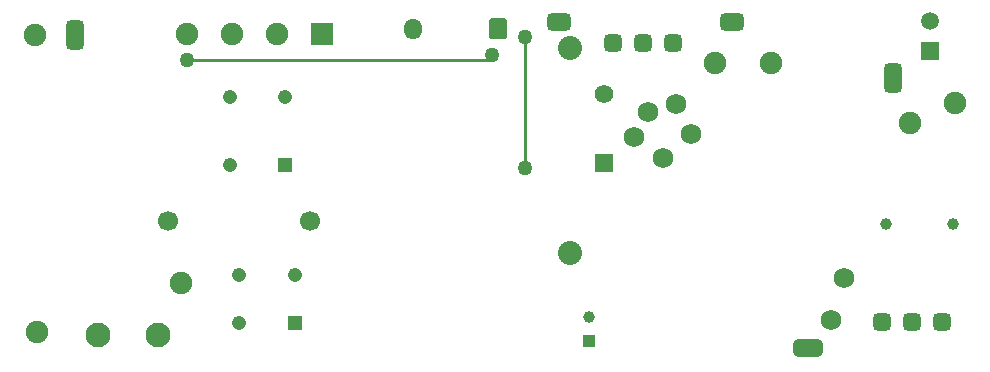
<source format=gtl>
G04*
G04 #@! TF.GenerationSoftware,Altium Limited,Altium Designer,19.0.15 (446)*
G04*
G04 Layer_Physical_Order=1*
G04 Layer_Color=255*
%FSLAX25Y25*%
%MOIN*%
G70*
G01*
G75*
%ADD13C,0.01000*%
%ADD46C,0.05937*%
%ADD47R,0.05937X0.05937*%
%ADD48C,0.07500*%
G04:AMPARAMS|DCode=49|XSize=98.43mil|YSize=59.06mil|CornerRadius=14.76mil|HoleSize=0mil|Usage=FLASHONLY|Rotation=0.000|XOffset=0mil|YOffset=0mil|HoleType=Round|Shape=RoundedRectangle|*
%AMROUNDEDRECTD49*
21,1,0.09843,0.02953,0,0,0.0*
21,1,0.06890,0.05906,0,0,0.0*
1,1,0.02953,0.03445,-0.01476*
1,1,0.02953,-0.03445,-0.01476*
1,1,0.02953,-0.03445,0.01476*
1,1,0.02953,0.03445,0.01476*
%
%ADD49ROUNDEDRECTD49*%
G04:AMPARAMS|DCode=50|XSize=78.74mil|YSize=59.06mil|CornerRadius=14.76mil|HoleSize=0mil|Usage=FLASHONLY|Rotation=0.000|XOffset=0mil|YOffset=0mil|HoleType=Round|Shape=RoundedRectangle|*
%AMROUNDEDRECTD50*
21,1,0.07874,0.02953,0,0,0.0*
21,1,0.04921,0.05906,0,0,0.0*
1,1,0.02953,0.02461,-0.01476*
1,1,0.02953,-0.02461,-0.01476*
1,1,0.02953,-0.02461,0.01476*
1,1,0.02953,0.02461,0.01476*
%
%ADD50ROUNDEDRECTD50*%
G04:AMPARAMS|DCode=51|XSize=59.06mil|YSize=98.43mil|CornerRadius=14.76mil|HoleSize=0mil|Usage=FLASHONLY|Rotation=0.000|XOffset=0mil|YOffset=0mil|HoleType=Round|Shape=RoundedRectangle|*
%AMROUNDEDRECTD51*
21,1,0.05906,0.06890,0,0,0.0*
21,1,0.02953,0.09843,0,0,0.0*
1,1,0.02953,0.01476,-0.03445*
1,1,0.02953,-0.01476,-0.03445*
1,1,0.02953,-0.01476,0.03445*
1,1,0.02953,0.01476,0.03445*
%
%ADD51ROUNDEDRECTD51*%
G04:AMPARAMS|DCode=52|XSize=60mil|YSize=98.43mil|CornerRadius=15mil|HoleSize=0mil|Usage=FLASHONLY|Rotation=0.000|XOffset=0mil|YOffset=0mil|HoleType=Round|Shape=RoundedRectangle|*
%AMROUNDEDRECTD52*
21,1,0.06000,0.06843,0,0,0.0*
21,1,0.03000,0.09843,0,0,0.0*
1,1,0.03000,0.01500,-0.03421*
1,1,0.03000,-0.01500,-0.03421*
1,1,0.03000,-0.01500,0.03421*
1,1,0.03000,0.01500,0.03421*
%
%ADD52ROUNDEDRECTD52*%
%ADD53C,0.06693*%
G04:AMPARAMS|DCode=54|XSize=60mil|YSize=70mil|CornerRadius=7.5mil|HoleSize=0mil|Usage=FLASHONLY|Rotation=180.000|XOffset=0mil|YOffset=0mil|HoleType=Round|Shape=RoundedRectangle|*
%AMROUNDEDRECTD54*
21,1,0.06000,0.05500,0,0,180.0*
21,1,0.04500,0.07000,0,0,180.0*
1,1,0.01500,-0.02250,0.02750*
1,1,0.01500,0.02250,0.02750*
1,1,0.01500,0.02250,-0.02750*
1,1,0.01500,-0.02250,-0.02750*
%
%ADD54ROUNDEDRECTD54*%
%ADD55O,0.06000X0.07000*%
G04:AMPARAMS|DCode=56|XSize=59.06mil|YSize=59.06mil|CornerRadius=14.76mil|HoleSize=0mil|Usage=FLASHONLY|Rotation=0.000|XOffset=0mil|YOffset=0mil|HoleType=Round|Shape=RoundedRectangle|*
%AMROUNDEDRECTD56*
21,1,0.05906,0.02953,0,0,0.0*
21,1,0.02953,0.05906,0,0,0.0*
1,1,0.02953,0.01476,-0.01476*
1,1,0.02953,-0.01476,-0.01476*
1,1,0.02953,-0.01476,0.01476*
1,1,0.02953,0.01476,0.01476*
%
%ADD56ROUNDEDRECTD56*%
%ADD57C,0.08000*%
%ADD58C,0.06201*%
%ADD59R,0.06201X0.06201*%
%ADD60C,0.06900*%
%ADD61C,0.07520*%
%ADD62R,0.07520X0.07520*%
%ADD63C,0.03937*%
%ADD64R,0.03937X0.03937*%
%ADD65C,0.04756*%
%ADD66R,0.04756X0.04756*%
%ADD67C,0.08268*%
%ADD68C,0.05000*%
D13*
X373622Y455512D02*
X375197Y457087D01*
X273622Y455512D02*
X373622D01*
X386221Y419291D02*
Y462992D01*
D46*
X521260Y468386D02*
D03*
D47*
Y458386D02*
D03*
D48*
X222835Y463779D02*
D03*
X529528Y440945D02*
D03*
X449606Y454331D02*
D03*
X468307D02*
D03*
X271654Y381102D02*
D03*
X223622Y364567D02*
D03*
X514567Y434252D02*
D03*
D49*
X480709Y359449D02*
D03*
D50*
X455118Y468110D02*
D03*
X397638D02*
D03*
D51*
X509055Y449213D02*
D03*
D52*
X236221Y463779D02*
D03*
D53*
X267323Y401575D02*
D03*
X314567D02*
D03*
D54*
X377165Y465748D02*
D03*
D55*
X348819D02*
D03*
D56*
X435433Y461024D02*
D03*
X425433D02*
D03*
X415433D02*
D03*
X505118Y368110D02*
D03*
X515118D02*
D03*
X525118D02*
D03*
D57*
X401181Y390945D02*
D03*
Y459449D02*
D03*
D58*
X412598Y444177D02*
D03*
D59*
Y421177D02*
D03*
D60*
X488181Y368634D02*
D03*
X441681Y430634D02*
D03*
X492681Y382634D02*
D03*
X432181Y422634D02*
D03*
X422681Y429634D02*
D03*
X427181Y438134D02*
D03*
X436681Y440634D02*
D03*
D61*
X273563Y464173D02*
D03*
X288563D02*
D03*
X303563D02*
D03*
D62*
X318563D02*
D03*
D63*
X407480Y369685D02*
D03*
X528740Y400787D02*
D03*
X506693D02*
D03*
D64*
X407480Y361811D02*
D03*
D65*
X290905Y383740D02*
D03*
X309405D02*
D03*
X290905Y367740D02*
D03*
X287756Y420496D02*
D03*
X306256Y442996D02*
D03*
X287756D02*
D03*
D66*
X309405Y367740D02*
D03*
X306256Y420496D02*
D03*
D67*
X263937Y363779D02*
D03*
X243937D02*
D03*
D68*
X375197Y457087D02*
D03*
X273622Y455512D02*
D03*
X386221Y462992D02*
D03*
Y419291D02*
D03*
M02*

</source>
